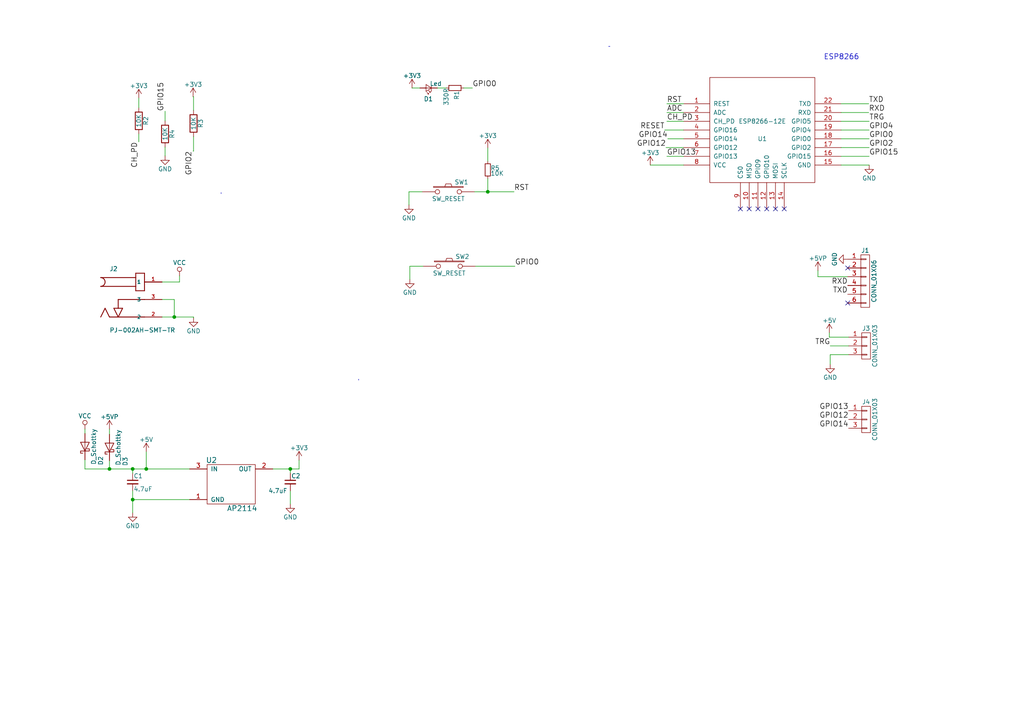
<source format=kicad_sch>
(kicad_sch (version 20230121) (generator eeschema)
  (paper "A4")
  (title_block (title "WiFiMotion") (date "2017-02-20") (rev "0.3") (company "Electronic Cats") (comment 1 "Eduardo Contreras"))
  (lib_symbols
    (symbol "NotificationKit-rescue:+3.3V" (power) (pin_names (offset 0))
      (property "Value" "+3.3V" (at 0 3.556 0))
      (symbol "+3.3V_0_1"
        (polyline (pts (xy -0.762 1.27) (xy 0 2.54)))
        (polyline (pts (xy 0 0) (xy 0 2.54)))
        (polyline (pts (xy 0 2.54) (xy 0.762 1.27)))
      )
      (symbol "+3.3V_1_1"
        (pin power_in line (at 0 0 90) (length 0) hide (name "+3V3") (number "1"))
      )
    )
    (symbol "NotificationKit-rescue:+5V" (power) (pin_names (offset 0))
      (property "Value" "+5V" (at 0 3.556 0))
      (symbol "+5V_0_1"
        (polyline (pts (xy -0.762 1.27) (xy 0 2.54)))
        (polyline (pts (xy 0 0) (xy 0 2.54)))
        (polyline (pts (xy 0 2.54) (xy 0.762 1.27)))
      )
      (symbol "+5V_1_1"
        (pin power_in line (at 0 0 90) (length 0) hide (name "+5V") (number "1"))
      )
    )
    (symbol "NotificationKit-rescue:+5VP" (power) (pin_names (offset 0))
      (property "Value" "+5VP" (at 0 3.556 0))
      (symbol "+5VP_0_1"
        (polyline (pts (xy -0.762 1.27) (xy 0 2.54)))
        (polyline (pts (xy 0 0) (xy 0 2.54)))
        (polyline (pts (xy 0 2.54) (xy 0.762 1.27)))
      )
      (symbol "+5VP_1_1"
        (pin power_in line (at 0 0 90) (length 0) hide (name "+5VP") (number "1"))
      )
    )
    (symbol "NotificationKit-rescue:AP2112-RESCUE-NodeLoRaGroveKitty" (pin_names (offset 1.016))
      (property "Reference" "U" (at -5.08 7.62 0))
      (property "Value" "AP2112-RESCUE-NodeLoRaGroveKitty" (at 3.81 -6.35 0))
      (symbol "AP2112-RESCUE-NodeLoRaGroveKitty_0_1"
        (rectangle (start -6.35 6.35) (end 7.62 -5.08))
      )
      (symbol "AP2112-RESCUE-NodeLoRaGroveKitty_1_1"
        (pin input line (at -11.43 -3.81 0) (length 5.08) (name "GND") (number "1"))
        (pin input line (at 12.7 5.08 180) (length 5.08) (name "OUT") (number "2"))
        (pin input line (at -11.43 5.08 0) (length 5.08) (name "IN") (number "3"))
      )
    )
    (symbol "NotificationKit-rescue:CONN_01X03" (pin_names (offset 1.016) hide)
      (property "Reference" "J" (at 0 5.08 0))
      (property "Value" "CONN_01X03" (at 2.54 0 90))
      (symbol "CONN_01X03_0_1"
        (rectangle (start -1.27 -2.413) (end 0.254 -2.667))
        (rectangle (start -1.27 0.127) (end 0.254 -0.127))
        (rectangle (start -1.27 2.667) (end 0.254 2.413))
        (rectangle (start -1.27 3.81) (end 1.27 -3.81))
      )
      (symbol "CONN_01X03_1_1"
        (pin passive line (at -5.08 2.54 0) (length 3.81) (name "P1") (number "1"))
        (pin passive line (at -5.08 0 0) (length 3.81) (name "P2") (number "2"))
        (pin passive line (at -5.08 -2.54 0) (length 3.81) (name "P3") (number "3"))
      )
    )
    (symbol "NotificationKit-rescue:CONN_01X06" (pin_names (offset 1.016) hide)
      (property "Reference" "J" (at 0 8.89 0))
      (property "Value" "CONN_01X06" (at 2.54 0 90))
      (symbol "CONN_01X06_0_1"
        (rectangle (start -1.27 -6.223) (end 0.254 -6.477))
        (rectangle (start -1.27 -3.683) (end 0.254 -3.937))
        (rectangle (start -1.27 -1.143) (end 0.254 -1.397))
        (rectangle (start -1.27 1.397) (end 0.254 1.143))
        (rectangle (start -1.27 3.937) (end 0.254 3.683))
        (rectangle (start -1.27 6.477) (end 0.254 6.223))
        (rectangle (start -1.27 7.62) (end 1.27 -7.62))
      )
      (symbol "CONN_01X06_1_1"
        (pin passive line (at -5.08 6.35 0) (length 3.81) (name "P1") (number "1"))
        (pin passive line (at -5.08 3.81 0) (length 3.81) (name "P2") (number "2"))
        (pin passive line (at -5.08 1.27 0) (length 3.81) (name "P3") (number "3"))
        (pin passive line (at -5.08 -1.27 0) (length 3.81) (name "P4") (number "4"))
        (pin passive line (at -5.08 -3.81 0) (length 3.81) (name "P5") (number "5"))
        (pin passive line (at -5.08 -6.35 0) (length 3.81) (name "P6") (number "6"))
      )
    )
    (symbol "NotificationKit-rescue:C_Small" (pin_numbers hide) (pin_names (offset 0.254) hide)
      (property "Reference" "C" (at 0.254 1.778 0))
      (property "Value" "C_Small" (at 0.254 -2.032 0))
      (symbol "C_Small_0_1"
        (polyline (pts (xy -1.524 -0.508) (xy 1.524 -0.508)) (stroke (width 0.3302)))
        (polyline (pts (xy -1.524 0.508) (xy 1.524 0.508)) (stroke (width 0.3048)))
      )
      (symbol "C_Small_1_1"
        (pin passive line (at 0 2.54 270) (length 2.032) (name "~") (number "1"))
        (pin passive line (at 0 -2.54 90) (length 2.032) (name "~") (number "2"))
      )
    )
    (symbol "NotificationKit-rescue:D_Schottky" (pin_numbers hide) (pin_names (offset 1.016) hide)
      (property "Reference" "D" (at 0 2.54 0))
      (property "Value" "D_Schottky" (at 0 -2.54 0))
      (symbol "D_Schottky_0_1"
        (polyline (pts (xy 1.27 0) (xy -1.27 0)))
        (polyline (pts (xy 1.27 1.27) (xy 1.27 -1.27) (xy -1.27 0) (xy 1.27 1.27)) (stroke (width 0.2032)))
        (polyline (pts (xy -1.905 0.635) (xy -1.905 1.27) (xy -1.27 1.27) (xy -1.27 -1.27) (xy -0.635 -1.27) (xy -0.635 -0.635)) (stroke (width 0.2032)))
      )
      (symbol "D_Schottky_1_1"
        (pin passive line (at -3.81 0 0) (length 2.54) (name "K") (number "1"))
        (pin passive line (at 3.81 0 180) (length 2.54) (name "A") (number "2"))
      )
    )
    (symbol "NotificationKit-rescue:ESP-12E" (pin_names (offset 1.016))
      (property "Reference" "U" (at 0 -2.54 0))
      (property "Value" "ESP-12E" (at 0 2.54 0))
      (symbol "ESP-12E_1_0"
        (rectangle (start -15.24 -15.24) (end 15.24 15.24))
      )
      (symbol "ESP-12E_1_1"
        (pin input line (at -22.86 7.62 0) (length 7.62) (name "REST") (number "1"))
        (pin bidirectional line (at -3.81 -22.86 90) (length 7.62) (name "MISO") (number "10"))
        (pin bidirectional line (at -1.27 -22.86 90) (length 7.62) (name "GPIO9") (number "11"))
        (pin bidirectional line (at 1.27 -22.86 90) (length 7.62) (name "GPIO10") (number "12"))
        (pin bidirectional line (at 3.81 -22.86 90) (length 7.62) (name "MOSI") (number "13"))
        (pin bidirectional line (at 6.35 -22.86 90) (length 7.62) (name "SCLK") (number "14"))
        (pin power_in line (at 22.86 -10.16 180) (length 7.62) (name "GND") (number "15"))
        (pin bidirectional line (at 22.86 -7.62 180) (length 7.62) (name "GPIO15") (number "16"))
        (pin bidirectional line (at 22.86 -5.08 180) (length 7.62) (name "GPIO2") (number "17"))
        (pin bidirectional line (at 22.86 -2.54 180) (length 7.62) (name "GPIO0") (number "18"))
        (pin bidirectional line (at 22.86 0 180) (length 7.62) (name "GPIO4") (number "19"))
        (pin passive line (at -22.86 5.08 0) (length 7.62) (name "ADC") (number "2"))
        (pin bidirectional line (at 22.86 2.54 180) (length 7.62) (name "GPIO5") (number "20"))
        (pin input line (at 22.86 5.08 180) (length 7.62) (name "RXD") (number "21"))
        (pin output line (at 22.86 7.62 180) (length 7.62) (name "TXD") (number "22"))
        (pin input line (at -22.86 2.54 0) (length 7.62) (name "CH_PD") (number "3"))
        (pin bidirectional line (at -22.86 0 0) (length 7.62) (name "GPIO16") (number "4"))
        (pin bidirectional line (at -22.86 -2.54 0) (length 7.62) (name "GPIO14") (number "5"))
        (pin bidirectional line (at -22.86 -5.08 0) (length 7.62) (name "GPIO12") (number "6"))
        (pin bidirectional line (at -22.86 -7.62 0) (length 7.62) (name "GPIO13") (number "7"))
        (pin power_in line (at -22.86 -10.16 0) (length 7.62) (name "VCC") (number "8"))
        (pin bidirectional line (at -6.35 -22.86 90) (length 7.62) (name "CS0") (number "9"))
      )
    )
    (symbol "NotificationKit-rescue:GND" (power) (pin_names (offset 0))
      (property "Value" "GND" (at 0 -3.81 0))
      (symbol "GND_0_1"
        (polyline (pts (xy 0 0) (xy 0 -1.27) (xy 1.27 -1.27) (xy 0 -2.54) (xy -1.27 -1.27) (xy 0 -1.27)))
      )
      (symbol "GND_1_1"
        (pin power_in line (at 0 0 270) (length 0) hide (name "GND") (number "1"))
      )
    )
    (symbol "NotificationKit-rescue:LED_Small" (pin_numbers hide) (pin_names (offset 0.254) hide)
      (property "Reference" "D" (at -1.27 3.175 0))
      (property "Value" "LED_Small" (at -4.445 -2.54 0))
      (symbol "LED_Small_0_1"
        (polyline (pts (xy -0.762 -1.016) (xy -0.762 1.016)))
        (polyline (pts (xy 1.016 0) (xy -0.762 0)))
        (polyline (pts (xy 0.762 -1.016) (xy -0.762 0) (xy 0.762 1.016) (xy 0.762 -1.016)))
        (polyline (pts (xy 0 0.762) (xy -0.508 1.27) (xy -0.254 1.27) (xy -0.508 1.27) (xy -0.508 1.016)))
        (polyline (pts (xy 0.508 1.27) (xy 0 1.778) (xy 0.254 1.778) (xy 0 1.778) (xy 0 1.524)))
      )
      (symbol "LED_Small_1_1"
        (pin passive line (at -2.54 0 0) (length 1.778) (name "K") (number "1"))
        (pin passive line (at 2.54 0 180) (length 1.778) (name "A") (number "2"))
      )
    )
    (symbol "NotificationKit-rescue:PJ-002AH-SMT-TR" (pin_names (offset 1.016))
      (property "Reference" "J" (at -10.16 8.89 0))
      (property "Value" "PJ-002AH-SMT-TR" (at -10.16 -8.89 0))
      (symbol "PJ-002AH-SMT-TR_0_0"
        (arc (start -12.7 3.81) (mid -11.4355 5.08) (end -12.7 6.35) (stroke (width 0.254)))
        (polyline (pts (xy -11.43 -2.54) (xy -12.7 -5.08)) (stroke (width 0.254)))
        (polyline (pts (xy -10.16 -5.08) (xy -11.43 -2.54)) (stroke (width 0.254)))
        (polyline (pts (xy -8.89 -2.54) (xy -7.62 -2.54)) (stroke (width 0.254)))
        (polyline (pts (xy -7.62 -5.08) (xy -10.16 -5.08)) (stroke (width 0.254)))
        (polyline (pts (xy -7.62 -5.08) (xy -8.89 -2.54)) (stroke (width 0.254)))
        (polyline (pts (xy -7.62 -2.54) (xy -6.35 -2.54)) (stroke (width 0.254)))
        (polyline (pts (xy -7.62 0) (xy -7.62 -2.54)) (stroke (width 0.254)))
        (polyline (pts (xy -6.35 -2.54) (xy -7.62 -5.08)) (stroke (width 0.254)))
        (polyline (pts (xy -2.54 2.54) (xy -2.54 3.81)) (stroke (width 0.254)))
        (polyline (pts (xy -2.54 3.81) (xy -12.7 3.81)) (stroke (width 0.254)))
        (polyline (pts (xy -2.54 3.81) (xy -2.54 6.35)) (stroke (width 0.254)))
        (polyline (pts (xy -2.54 6.35) (xy -12.7 6.35)) (stroke (width 0.254)))
        (polyline (pts (xy -2.54 6.35) (xy -2.54 7.62)) (stroke (width 0.254)))
        (polyline (pts (xy -2.54 7.62) (xy 0 7.62)) (stroke (width 0.254)))
        (polyline (pts (xy 0 -5.08) (xy -7.62 -5.08)) (stroke (width 0.254)))
        (polyline (pts (xy 0 0) (xy -7.62 0)) (stroke (width 0.254)))
        (polyline (pts (xy 0 2.54) (xy -2.54 2.54)) (stroke (width 0.254)))
        (polyline (pts (xy 0 7.62) (xy 0 2.54)) (stroke (width 0.254)))
        (pin passive line (at 5.08 5.08 180) (length 5.08) (name "1") (number "1"))
        (pin passive line (at 5.08 5.08 180) (length 5.08) (name "1") (number "1"))
        (pin passive line (at 5.08 -5.08 180) (length 5.08) (name "2") (number "2"))
        (pin passive line (at 5.08 0 180) (length 5.08) (name "3") (number "3"))
      )
    )
    (symbol "NotificationKit-rescue:R" (pin_numbers hide) (pin_names (offset 0))
      (property "Reference" "R" (at 2.032 0 90))
      (property "Value" "R" (at 0 0 90))
      (symbol "R_0_1"
        (rectangle (start -1.016 -2.54) (end 1.016 2.54) (stroke (width 0.254)))
      )
      (symbol "R_1_1"
        (pin passive line (at 0 3.81 270) (length 1.27) (name "~") (number "1"))
        (pin passive line (at 0 -3.81 90) (length 1.27) (name "~") (number "2"))
      )
    )
    (symbol "NotificationKit-rescue:R_Small" (pin_numbers hide) (pin_names (offset 0.254) hide)
      (property "Reference" "R" (at 0.762 0.508 0))
      (property "Value" "R_Small" (at 0.762 -1.016 0))
      (symbol "R_Small_0_1"
        (rectangle (start -0.762 1.778) (end 0.762 -1.778) (stroke (width 0.2032)))
      )
      (symbol "R_Small_1_1"
        (pin passive line (at 0 2.54 270) (length 0.762) (name "~") (number "1"))
        (pin passive line (at 0 -2.54 90) (length 0.762) (name "~") (number "2"))
      )
    )
    (symbol "NotificationKit-rescue:SW_PUSH" (pin_numbers hide) (pin_names (offset 1.016) hide)
      (property "Reference" "SW" (at 3.81 2.794 0))
      (property "Value" "SW_PUSH" (at 0 -2.032 0))
      (symbol "SW_PUSH_0_1"
        (rectangle (start -4.318 1.27) (end 4.318 1.524))
        (polyline (pts (xy -1.016 1.524) (xy -0.762 2.286) (xy 0.762 2.286) (xy 1.016 1.524)))
        (pin passive inverted (at -7.62 0 0) (length 5.08) (name "1") (number "1"))
        (pin passive inverted (at 7.62 0 180) (length 5.08) (name "2") (number "2"))
      )
    )
    (symbol "NotificationKit-rescue:VCC" (power) (pin_names (offset 0))
      (property "Value" "VCC" (at 0 3.81 0))
      (symbol "VCC_0_1"
        (polyline (pts (xy 0 0) (xy 0 1.27)))
        (circle (center 0 1.905) (radius 0.635))
      )
      (symbol "VCC_1_1"
        (pin power_in line (at 0 0 90) (length 0) hide (name "VCC") (number "1"))
      )
    )
  )
  (junction (at 38.481 144.907))
  (junction (at 38.481 136.017))
  (junction (at 141.478 55.626))
  (junction (at 50.546 91.948))
  (junction (at 42.418 136.017))
  (junction (at 31.75 136.017))
  (junction (at 84.201 136.017))
  (no_connect (at 224.917 60.579))
  (no_connect (at 217.297 60.579))
  (no_connect (at 245.872 77.724))
  (no_connect (at 214.757 60.579))
  (no_connect (at 222.377 60.579))
  (no_connect (at 245.872 87.884))
  (no_connect (at 227.457 60.579))
  (no_connect (at 219.837 60.579))
  (wire (pts (xy 46.99 91.948) (xy 50.546 91.948)))
  (wire (pts (xy 198.247 37.719) (xy 192.786 37.719)))
  (wire (pts (xy 118.872 81.026) (xy 118.872 77.216)))
  (wire (pts (xy 198.247 30.099) (xy 193.421 30.099)))
  (wire (pts (xy 40.259 31.242) (xy 40.259 28.448)))
  (wire (pts (xy 38.481 136.017) (xy 42.418 136.017)))
  (wire (pts (xy 24.638 136.017) (xy 24.638 133.35)))
  (wire (pts (xy 240.792 105.664) (xy 240.792 102.87)))
  (wire (pts (xy 137.033 25.527) (xy 134.493 25.527)))
  (wire (pts (xy 141.478 51.816) (xy 141.478 55.626)))
  (wire (pts (xy 42.418 131.064) (xy 42.418 136.017)))
  (wire (pts (xy 38.481 142.367) (xy 38.481 144.907)))
  (wire (pts (xy 246.126 100.33) (xy 240.792 100.33)))
  (wire (pts (xy 243.967 42.799) (xy 252.095 42.799)))
  (wire (pts (xy 243.967 32.639) (xy 251.968 32.639)))
  (wire (pts (xy 54.991 144.907) (xy 38.481 144.907)))
  (wire (pts (xy 46.99 86.868) (xy 50.546 86.868)))
  (wire (pts (xy 237.236 78.486) (xy 237.236 80.264)))
  (wire (pts (xy 84.201 136.017) (xy 86.741 136.017)))
  (wire (pts (xy 243.967 37.719) (xy 252.095 37.719)))
  (wire (pts (xy 56.134 91.948) (xy 56.134 92.202)))
  (wire (pts (xy 31.75 133.604) (xy 31.75 136.017)))
  (wire (pts (xy 118.872 77.216) (xy 122.682 77.216)))
  (wire (pts (xy 50.546 91.948) (xy 56.134 91.948)))
  (wire (pts (xy 24.638 136.017) (xy 31.75 136.017)))
  (wire (pts (xy 240.538 96.52) (xy 240.538 97.79)))
  (wire (pts (xy 129.413 25.527) (xy 126.873 25.527)))
  (wire (pts (xy 243.967 45.339) (xy 252.095 45.339)))
  (wire (pts (xy 52.07 80.01) (xy 52.07 81.788)))
  (wire (pts (xy 84.201 137.287) (xy 84.201 136.017)))
  (wire (pts (xy 243.967 40.259) (xy 252.095 40.259)))
  (polyline (pts (xy 104.013 110.236) (xy 104.013 109.982)))
  (wire (pts (xy 31.75 124.46) (xy 31.75 125.984)))
  (wire (pts (xy 240.792 102.87) (xy 246.126 102.87)))
  (wire (pts (xy 137.668 55.626) (xy 141.478 55.626)))
  (wire (pts (xy 56.134 39.624) (xy 56.134 43.815)))
  (wire (pts (xy 198.247 35.179) (xy 193.421 35.179)))
  (wire (pts (xy 198.247 32.639) (xy 193.421 32.639)))
  (wire (pts (xy 198.247 42.799) (xy 193.167 42.799)))
  (wire (pts (xy 31.75 136.017) (xy 38.481 136.017)))
  (wire (pts (xy 56.134 28.067) (xy 56.007 28.067)))
  (polyline (pts (xy 176.53 13.462) (xy 176.911 13.462)))
  (wire (pts (xy 243.967 47.879) (xy 252.095 47.879)))
  (wire (pts (xy 118.618 55.626) (xy 122.428 55.626)))
  (wire (pts (xy 40.259 38.862) (xy 40.259 41.148)))
  (wire (pts (xy 237.236 80.264) (xy 245.872 80.264)))
  (wire (pts (xy 86.741 136.017) (xy 86.741 133.477)))
  (wire (pts (xy 24.638 124.46) (xy 24.638 125.73)))
  (wire (pts (xy 38.481 144.907) (xy 38.481 148.717)))
  (wire (pts (xy 56.134 43.815) (xy 56.007 43.815)))
  (wire (pts (xy 52.07 81.788) (xy 46.99 81.788)))
  (wire (pts (xy 243.967 30.099) (xy 251.968 30.099)))
  (wire (pts (xy 47.879 42.672) (xy 47.879 45.212)))
  (wire (pts (xy 198.247 40.259) (xy 193.675 40.259)))
  (wire (pts (xy 141.478 46.736) (xy 141.478 42.926)))
  (wire (pts (xy 141.478 55.626) (xy 149.098 55.626)))
  (wire (pts (xy 243.967 35.179) (xy 252.095 35.179)))
  (wire (pts (xy 38.481 136.017) (xy 38.481 137.287)))
  (wire (pts (xy 79.121 136.017) (xy 84.201 136.017)))
  (wire (pts (xy 42.418 136.017) (xy 54.991 136.017)))
  (wire (pts (xy 121.793 25.527) (xy 119.507 25.527)))
  (wire (pts (xy 50.546 86.868) (xy 50.546 91.948)))
  (wire (pts (xy 198.247 45.339) (xy 193.421 45.339)))
  (wire (pts (xy 137.922 77.216) (xy 149.352 77.216)))
  (wire (pts (xy 47.879 35.052) (xy 47.879 32.258)))
  (wire (pts (xy 84.201 142.367) (xy 84.201 146.177)))
  (wire (pts (xy 240.538 97.79) (xy 246.126 97.79)))
  (polyline (pts (xy 64.135 55.88) (xy 64.135 56.134)))
  (wire (pts (xy 188.595 47.879) (xy 198.247 47.879)))
  (wire (pts (xy 56.134 32.004) (xy 56.134 28.067)))
  (wire (pts (xy 118.618 59.436) (xy 118.618 55.626)))
  (text "ESP8266" (at 238.887 17.526 0) (effects (font (size 1.524 1.524)) (justify left bottom)))
  (label "GPIO0" (at 252.095 40.259 0) (effects (font (size 1.524 1.524))))
  (label "RST" (at 149.098 55.626 0) (effects (font (size 1.524 1.524))))
  (label "RXD" (at 245.872 82.804 180) (effects (font (size 1.524 1.524))))
  (label "GPIO15" (at 252.095 45.339 0) (effects (font (size 1.524 1.524))))
  (label "GPIO13" (at 193.421 45.339 0) (effects (font (size 1.524 1.524))))
  (label "TRG" (at 252.095 35.179 0) (effects (font (size 1.524 1.524))))
  (label "ADC" (at 193.421 32.639 0) (effects (font (size 1.524 1.524))))
  (label "GPIO4" (at 252.095 37.719 0) (effects (font (size 1.524 1.524))))
  (label "TXD" (at 245.872 85.344 180) (effects (font (size 1.524 1.524))))
  (label "GPIO12" (at 193.167 42.799 180) (effects (font (size 1.524 1.524))))
  (label "TXD" (at 251.968 30.099 0) (effects (font (size 1.524 1.524))))
  (label "GPIO15" (at 47.879 32.258 90) (effects (font (size 1.524 1.524))))
  (label "RST" (at 193.421 30.099 0) (effects (font (size 1.524 1.524))))
  (label "GPIO2" (at 56.007 43.815 270) (effects (font (size 1.524 1.524))))
  (label "GPIO12" (at 246.126 121.666 180) (effects (font (size 1.524 1.524))))
  (label "GPIO13" (at 246.126 119.126 180) (effects (font (size 1.524 1.524))))
  (label "TRG" (at 240.792 100.33 180) (effects (font (size 1.524 1.524))))
  (label "RESET" (at 192.786 37.719 180) (effects (font (size 1.524 1.524))))
  (label "GPIO2" (at 252.095 42.799 0) (effects (font (size 1.524 1.524))))
  (label "RXD" (at 251.968 32.639 0) (effects (font (size 1.524 1.524))))
  (label "GPIO14" (at 246.126 124.206 180) (effects (font (size 1.524 1.524))))
  (label "CH_PD" (at 193.421 35.179 0) (effects (font (size 1.524 1.524))))
  (label "GPIO0" (at 149.352 77.216 0) (effects (font (size 1.524 1.524))))
  (label "CH_PD" (at 40.259 41.148 270) (effects (font (size 1.524 1.524))))
  (label "GPIO14" (at 193.675 40.259 180) (effects (font (size 1.524 1.524))))
  (label "GPIO0" (at 137.033 25.527 0) (effects (font (size 1.524 1.524))))
  (symbol (lib_id "NotificationKit-rescue:C_Small") (at 38.481 139.827 0) (unit 1)
    (property "Reference" "C1" (at 38.735 138.049 0) (effects (justify left)))
    (property "Value" "4.7uF" (at 38.735 141.859 0) (effects (justify left)))
    (property "Footprint" "Capacitors_SMD:C_0805_HandSoldering" (effects hide))
    (property "manf#" "GRM21BR61A106KE19L" (effects hide))
  )
  (symbol (lib_id "NotificationKit-rescue:C_Small") (at 84.201 139.827 0) (unit 1)
    (property "Reference" "C2" (at 84.455 138.049 0) (effects (justify left)))
    (property "Value" "4.7uF" (at 77.851 142.367 0) (effects (justify left)))
    (property "Footprint" "Capacitors_SMD:C_0805_HandSoldering" (effects hide))
    (property "manf#" "GRM21BR61A106KE19L" (effects hide))
  )
  (symbol (lib_id "NotificationKit-rescue:GND") (at 38.481 148.717 0) (unit 1)
    (property "Reference" "#PWR01" (effects hide))
    (property "Value" "GND" (at 38.481 152.527 0))
  )
  (symbol (lib_id "NotificationKit-rescue:+3.3V") (at 86.741 133.477 0) (unit 1)
    (property "Reference" "#PWR02" (effects hide))
    (property "Value" "+3.3V" (at 86.741 129.921 0))
  )
  (symbol (lib_id "NotificationKit-rescue:SW_PUSH") (at 130.048 55.626 0) (unit 1)
    (property "Reference" "SW1" (at 133.858 52.832 0))
    (property "Value" "SW_RESET" (at 130.048 57.658 0))
    (property "Footprint" "Buttons_Switches_SMD:SW_SPST_B3U-1000P" (effects hide))
    (property "manf#" "B3U-1000P" (effects hide))
  )
  (symbol (lib_id "NotificationKit-rescue:GND") (at 118.618 59.436 0) (unit 1)
    (property "Reference" "#PWR03" (effects hide))
    (property "Value" "GND" (at 118.618 63.246 0))
  )
  (symbol (lib_id "NotificationKit-rescue:R_Small") (at 141.478 49.276 0) (unit 1)
    (property "Reference" "R5" (at 142.24 48.768 0) (effects (justify left)))
    (property "Value" "10K" (at 142.24 50.292 0) (effects (justify left)))
    (property "Footprint" "Resistors_SMD:R_0805_HandSoldering" (effects hide))
    (property "manf#" "AF0805FR-0710KL" (effects hide))
  )
  (symbol (lib_id "NotificationKit-rescue:+3.3V") (at 141.478 42.926 0) (unit 1)
    (property "Reference" "#PWR04" (effects hide))
    (property "Value" "+3.3V" (at 141.478 39.37 0))
  )
  (symbol (lib_id "NotificationKit-rescue:GND") (at 84.201 146.177 0) (unit 1)
    (property "Reference" "#PWR05" (effects hide))
    (property "Value" "GND" (at 84.201 149.987 0))
  )
  (symbol (lib_id "NotificationKit-rescue:ESP-12E") (at 221.107 37.719 0) (unit 1)
    (property "Reference" "U1" (at 221.107 40.259 0))
    (property "Value" "ESP8266-12E" (at 221.107 35.179 0))
    (property "Footprint" "ESP8266:ESP-12E" (effects hide))
    (property "manf#" "ESP8266-12E" (effects hide))
  )
  (symbol (lib_id "NotificationKit-rescue:GND") (at 252.095 47.879 0) (unit 1)
    (property "Reference" "#PWR06" (effects hide))
    (property "Value" "GND" (at 252.095 51.689 0))
  )
  (symbol (lib_id "NotificationKit-rescue:+3.3V") (at 188.595 47.879 0) (unit 1)
    (property "Reference" "#PWR07" (effects hide))
    (property "Value" "+3.3V" (at 188.595 44.323 0))
  )
  (symbol (lib_id "NotificationKit-rescue:R") (at 40.259 35.052 0) (unit 1)
    (property "Reference" "R2" (at 42.291 35.052 90))
    (property "Value" "10K" (at 40.259 35.052 90))
    (property "Footprint" "Resistors_SMD:R_0805_HandSoldering" (effects hide))
    (property "manf#" "AF0805FR-0710KL" (effects hide))
  )
  (symbol (lib_id "NotificationKit-rescue:R") (at 47.879 38.862 0) (unit 1)
    (property "Reference" "R4" (at 49.911 38.862 90))
    (property "Value" "10K" (at 47.879 38.862 90))
    (property "Footprint" "Resistors_SMD:R_0805_HandSoldering" (effects hide))
    (property "manf#" "AF0805FR-0710KL" (effects hide))
  )
  (symbol (lib_id "NotificationKit-rescue:GND") (at 47.879 45.212 0) (unit 1)
    (property "Reference" "#PWR08" (effects hide))
    (property "Value" "GND" (at 47.879 49.022 0))
  )
  (symbol (lib_id "NotificationKit-rescue:+3.3V") (at 40.259 28.448 0) (unit 1)
    (property "Reference" "#PWR09" (effects hide))
    (property "Value" "+3.3V" (at 40.259 24.892 0))
  )
  (symbol (lib_id "NotificationKit-rescue:R") (at 56.134 35.814 0) (unit 1)
    (property "Reference" "R3" (at 58.166 35.814 90))
    (property "Value" "10K" (at 56.134 35.814 90))
    (property "Footprint" "Resistors_SMD:R_0805_HandSoldering" (effects hide))
    (property "manf#" "AF0805FR-0710KL" (effects hide))
  )
  (symbol (lib_id "NotificationKit-rescue:+3.3V") (at 56.007 28.067 0) (unit 1)
    (property "Reference" "#PWR010" (effects hide))
    (property "Value" "+3.3V" (at 56.007 24.511 0))
  )
  (symbol (lib_id "NotificationKit-rescue:LED_Small") (at 124.333 25.527 180) (unit 1)
    (property "Reference" "D1" (at 125.603 28.702 0) (effects (justify left)))
    (property "Value" "Led" (at 128.143 24.257 0) (effects (justify left)))
    (property "Footprint" "LEDs:LED_0805" (effects hide))
    (property "manf#" "859-LTST-C170KRKT" (effects hide))
  )
  (symbol (lib_id "NotificationKit-rescue:R_Small") (at 131.953 25.527 270) (unit 1)
    (property "Reference" "R1" (at 132.461 26.289 0) (effects (justify left)))
    (property "Value" "330R" (at 129.413 25.527 0) (effects (justify left)))
    (property "Footprint" "Resistors_SMD:R_0805_HandSoldering" (effects hide))
    (property "manf#" "ERJ-6GEYJ331V" (effects hide))
  )
  (symbol (lib_id "NotificationKit-rescue:+3.3V") (at 119.507 25.527 0) (unit 1)
    (property "Reference" "#PWR011" (effects hide))
    (property "Value" "+3.3V" (at 119.507 21.971 0))
  )
  (symbol (lib_id "NotificationKit-rescue:AP2112-RESCUE-NodeLoRaGroveKitty") (at 66.421 141.097 0) (unit 1)
    (property "Reference" "U2" (at 61.341 133.477 0) (effects (font (size 1.524 1.524))))
    (property "Value" "AP2114" (at 70.231 147.447 0) (effects (font (size 1.524 1.524))))
    (property "Footprint" "TO_SOT_Packages_SMD:SOT-223-3_TabPin2" (effects hide))
  )
  (symbol (lib_id "NotificationKit-rescue:PJ-002AH-SMT-TR") (at 41.91 86.868 0) (unit 1)
    (property "Reference" "J2" (at 31.75 77.978 0) (effects (justify left)))
    (property "Value" "PJ-002AH-SMT-TR" (at 31.75 95.758 0) (effects (justify left)))
    (property "Footprint" "jmicron:CUI-PJ-002AH-SMT_dc-barrel-jack" (effects hide))
    (property "Datasheet" "CUI" (effects hide))
    (property "Package" "None" (effects hide))
    (property "Description" "PJ-002%20Series%202%20x%206.5%20mm%2024%20V%20Right%20Angle%20SMT%20Power%20Jack" (effects hide))
    (property "Price" "0.96 USD" (effects hide))
    (property "MP" "PJ-002AH-SMT-TR" (effects hide))
    (property "Availability" "Good" (effects hide))
  )
  (symbol (lib_id "NotificationKit-rescue:VCC") (at 52.07 80.01 0) (unit 1)
    (property "Reference" "#PWR012" (effects hide))
    (property "Value" "VCC" (at 52.07 76.2 0))
  )
  (symbol (lib_id "NotificationKit-rescue:GND") (at 56.134 92.202 0) (unit 1)
    (property "Reference" "#PWR013" (effects hide))
    (property "Value" "GND" (at 56.134 96.012 0))
  )
  (symbol (lib_id "NotificationKit-rescue:CONN_01X06") (at 250.952 81.534 0) (unit 1)
    (property "Reference" "J1" (at 250.952 72.644 0))
    (property "Value" "CONN_01X06" (at 253.492 81.534 90))
    (property "Footprint" "Pin_Headers:Pin_Header_Straight_1x06_Pitch2.54mm" (effects hide))
  )
  (symbol (lib_id "NotificationKit-rescue:CONN_01X03") (at 251.206 100.33 0) (unit 1)
    (property "Reference" "J3" (at 251.206 95.25 0))
    (property "Value" "CONN_01X03" (at 253.746 100.33 90))
    (property "Footprint" "Pin_Headers:Pin_Header_Straight_1x03_Pitch2.54mm" (effects hide))
  )
  (symbol (lib_id "NotificationKit-rescue:SW_PUSH") (at 130.302 77.216 0) (unit 1)
    (property "Reference" "SW2" (at 134.112 74.422 0))
    (property "Value" "SW_RESET" (at 130.302 79.248 0))
    (property "Footprint" "Buttons_Switches_SMD:SW_SPST_B3U-1000P" (effects hide))
    (property "manf#" "B3U-1000P" (effects hide))
  )
  (symbol (lib_id "NotificationKit-rescue:GND") (at 118.872 81.026 0) (unit 1)
    (property "Reference" "#PWR014" (effects hide))
    (property "Value" "GND" (at 118.872 84.836 0))
  )
  (symbol (lib_id "NotificationKit-rescue:GND") (at 245.872 75.184 270) (unit 1)
    (property "Reference" "#PWR015" (effects hide))
    (property "Value" "GND" (at 242.062 75.184 0))
  )
  (symbol (lib_id "NotificationKit-rescue:+5VP") (at 237.236 78.486 0) (unit 1)
    (property "Reference" "#PWR016" (effects hide))
    (property "Value" "+5VP" (at 237.236 74.93 0))
  )
  (symbol (lib_id "NotificationKit-rescue:+5VP") (at 31.75 124.46 0) (unit 1)
    (property "Reference" "#PWR017" (effects hide))
    (property "Value" "+5VP" (at 31.75 120.904 0))
  )
  (symbol (lib_id "NotificationKit-rescue:VCC") (at 24.638 124.46 0) (unit 1)
    (property "Reference" "#PWR018" (effects hide))
    (property "Value" "VCC" (at 24.638 120.65 0))
  )
  (symbol (lib_id "NotificationKit-rescue:D_Schottky") (at 31.75 129.794 90) (unit 1)
    (property "Reference" "D3" (at 36.322 133.858 0))
    (property "Value" "D_Schottky" (at 34.29 129.794 0))
    (property "Footprint" "Diodes_SMD:D_SOD-123" (effects hide))
  )
  (symbol (lib_id "NotificationKit-rescue:D_Schottky") (at 24.638 129.54 90) (unit 1)
    (property "Reference" "D2" (at 29.21 133.604 0))
    (property "Value" "D_Schottky" (at 27.178 129.54 0))
    (property "Footprint" "Diodes_SMD:D_SOD-123" (effects hide))
  )
  (symbol (lib_id "NotificationKit-rescue:+5V") (at 42.418 131.064 0) (unit 1)
    (property "Reference" "#PWR019" (effects hide))
    (property "Value" "+5V" (at 42.418 127.508 0))
  )
  (symbol (lib_id "NotificationKit-rescue:+5V") (at 240.538 96.52 0) (unit 1)
    (property "Reference" "#PWR020" (effects hide))
    (property "Value" "+5V" (at 240.538 92.964 0))
  )
  (symbol (lib_id "NotificationKit-rescue:GND") (at 240.792 105.664 0) (unit 1)
    (property "Reference" "#PWR021" (effects hide))
    (property "Value" "GND" (at 240.792 109.474 0))
  )
  (symbol (lib_id "NotificationKit-rescue:CONN_01X03") (at 251.206 121.666 0) (unit 1)
    (property "Reference" "J4" (at 251.206 116.586 0))
    (property "Value" "CONN_01X03" (at 253.746 121.666 90))
    (property "Footprint" "Pin_Headers:Pin_Header_Straight_1x03_Pitch2.54mm" (effects hide))
  )
)
</source>
